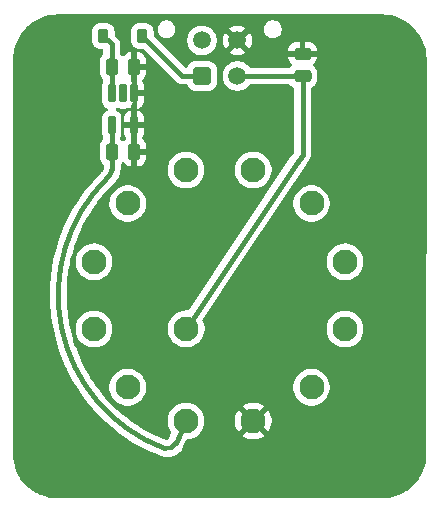
<source format=gbr>
%TF.GenerationSoftware,KiCad,Pcbnew,9.0.4*%
%TF.CreationDate,2026-01-27T14:42:30+00:00*%
%TF.ProjectId,rotary-switch,726f7461-7279-42d7-9377-697463682e6b,rev?*%
%TF.SameCoordinates,Original*%
%TF.FileFunction,Copper,L2,Bot*%
%TF.FilePolarity,Positive*%
%FSLAX46Y46*%
G04 Gerber Fmt 4.6, Leading zero omitted, Abs format (unit mm)*
G04 Created by KiCad (PCBNEW 9.0.4) date 2026-01-27 14:42:30*
%MOMM*%
%LPD*%
G01*
G04 APERTURE LIST*
G04 Aperture macros list*
%AMRoundRect*
0 Rectangle with rounded corners*
0 $1 Rounding radius*
0 $2 $3 $4 $5 $6 $7 $8 $9 X,Y pos of 4 corners*
0 Add a 4 corners polygon primitive as box body*
4,1,4,$2,$3,$4,$5,$6,$7,$8,$9,$2,$3,0*
0 Add four circle primitives for the rounded corners*
1,1,$1+$1,$2,$3*
1,1,$1+$1,$4,$5*
1,1,$1+$1,$6,$7*
1,1,$1+$1,$8,$9*
0 Add four rect primitives between the rounded corners*
20,1,$1+$1,$2,$3,$4,$5,0*
20,1,$1+$1,$4,$5,$6,$7,0*
20,1,$1+$1,$6,$7,$8,$9,0*
20,1,$1+$1,$8,$9,$2,$3,0*%
G04 Aperture macros list end*
%TA.AperFunction,Conductor*%
%ADD10C,0.400000*%
%TD*%
%TA.AperFunction,ComponentPad*%
%ADD11C,5.600000*%
%TD*%
%TA.AperFunction,ComponentPad*%
%ADD12C,2.100000*%
%TD*%
%TA.AperFunction,SMDPad,CuDef*%
%ADD13RoundRect,0.250000X0.475000X-0.250000X0.475000X0.250000X-0.475000X0.250000X-0.475000X-0.250000X0*%
%TD*%
%TA.AperFunction,SMDPad,CuDef*%
%ADD14RoundRect,0.225000X-0.225000X-0.375000X0.225000X-0.375000X0.225000X0.375000X-0.225000X0.375000X0*%
%TD*%
%TA.AperFunction,ComponentPad*%
%ADD15RoundRect,0.250001X-0.499999X-0.499999X0.499999X-0.499999X0.499999X0.499999X-0.499999X0.499999X0*%
%TD*%
%TA.AperFunction,ComponentPad*%
%ADD16C,1.500000*%
%TD*%
%TA.AperFunction,SMDPad,CuDef*%
%ADD17RoundRect,0.250000X-0.250000X-0.475000X0.250000X-0.475000X0.250000X0.475000X-0.250000X0.475000X0*%
%TD*%
%TA.AperFunction,SMDPad,CuDef*%
%ADD18RoundRect,0.162500X-0.162500X0.617500X-0.162500X-0.617500X0.162500X-0.617500X0.162500X0.617500X0*%
%TD*%
G04 APERTURE END LIST*
D10*
%TO.N,+3V3*%
X107484025Y-69743610D02*
G75*
G02*
X106500000Y-70200000I-734025J293610D01*
G01*
X106500002Y-70200000D02*
G75*
G02*
X101700003Y-47300003I4900148J12980160D01*
G01*
X102101388Y-46550000D02*
G75*
G02*
X101699986Y-47299984I-1252788J188100D01*
G01*
X102101388Y-46550000D02*
X102101388Y-45200000D01*
%TD*%
D11*
%TO.P,H2,1,1*%
%TO.N,GND*%
X124917220Y-37257780D03*
%TD*%
D12*
%TO.P,SW1,1,1*%
%TO.N,+3V3*%
X108347000Y-67875000D03*
%TO.P,SW1,2,2*%
%TO.N,Net-(R1-Pad2)*%
X103416000Y-65028000D03*
%TO.P,SW1,3,3*%
%TO.N,Net-(R2-Pad2)*%
X100569000Y-60097000D03*
%TO.P,SW1,4,4*%
%TO.N,Net-(R3-Pad2)*%
X100569000Y-54403000D03*
%TO.P,SW1,5,5*%
%TO.N,Net-(R4-Pad2)*%
X103416000Y-49472000D03*
%TO.P,SW1,6,6*%
%TO.N,Net-(R5-Pad2)*%
X108347000Y-46625000D03*
%TO.P,SW1,7,7*%
%TO.N,Net-(R6-Pad2)*%
X114041000Y-46625000D03*
%TO.P,SW1,8,8*%
%TO.N,Net-(R7-Pad2)*%
X118972000Y-49472000D03*
%TO.P,SW1,9,9*%
%TO.N,Net-(R8-Pad2)*%
X121819000Y-54403000D03*
%TO.P,SW1,10,10*%
%TO.N,Net-(R10-Pad1)*%
X121819000Y-60097000D03*
%TO.P,SW1,11,11*%
%TO.N,Net-(R10-Pad2)*%
X118972000Y-65028000D03*
%TO.P,SW1,12,12*%
%TO.N,GND*%
X114041000Y-67875000D03*
%TO.P,SW1,13,13*%
%TO.N,/Output*%
X108366000Y-60078000D03*
%TD*%
D11*
%TO.P,H4,1,1*%
%TO.N,GND*%
X124892220Y-70632780D03*
%TD*%
%TO.P,H1,1,1*%
%TO.N,GND*%
X97517220Y-37257780D03*
%TD*%
%TO.P,H3,1,1*%
%TO.N,GND*%
X97517220Y-70632780D03*
%TD*%
D13*
%TO.P,C1,1*%
%TO.N,/Output*%
X118210000Y-38679999D03*
%TO.P,C1,2*%
%TO.N,GND*%
X118210000Y-36780001D03*
%TD*%
D14*
%TO.P,D1,1,K*%
%TO.N,Net-(D1-K)*%
X101349996Y-35300003D03*
%TO.P,D1,2,A*%
%TO.N,+GLV*%
X104650004Y-35299997D03*
%TD*%
D15*
%TO.P,J1,1,Pin_1*%
%TO.N,+GLV*%
X109693997Y-38670000D03*
D16*
%TO.P,J1,2,Pin_2*%
%TO.N,/Output*%
X112694003Y-38670010D03*
%TO.P,J1,3,Pin_3*%
%TO.N,unconnected-(J1-Pin_3-Pad3)*%
X109694007Y-35669994D03*
%TO.P,J1,4,Pin_4*%
%TO.N,GND*%
X112694001Y-35670002D03*
%TD*%
D17*
%TO.P,C2,1*%
%TO.N,Net-(D1-K)*%
X102050001Y-37900000D03*
%TO.P,C2,2*%
%TO.N,GND*%
X103949999Y-37900000D03*
%TD*%
D18*
%TO.P,U1,1,IN*%
%TO.N,Net-(D1-K)*%
X102050000Y-40150000D03*
%TO.P,U1,2,NC*%
%TO.N,unconnected-(U1-NC-Pad2)*%
X103000000Y-40150000D03*
%TO.P,U1,3,GND*%
%TO.N,GND*%
X103950000Y-40150000D03*
%TO.P,U1,4,GND*%
X103950000Y-42850000D03*
%TO.P,U1,5,OUT*%
%TO.N,+3V3*%
X102050000Y-42850000D03*
%TD*%
D17*
%TO.P,C3,1*%
%TO.N,+3V3*%
X102050000Y-45100000D03*
%TO.P,C3,2*%
%TO.N,GND*%
X103950000Y-45100000D03*
%TD*%
D10*
%TO.N,Net-(D1-K)*%
X102050000Y-40150000D02*
X102050001Y-37900000D01*
X102050001Y-36000008D02*
X101349996Y-35300003D01*
X102050001Y-37900000D02*
X102050001Y-36000008D01*
%TO.N,+GLV*%
X108020007Y-38670000D02*
X109693997Y-38670000D01*
X104650004Y-35299997D02*
X108020007Y-38670000D01*
%TO.N,/Output*%
X118210000Y-45340000D02*
X117900000Y-45800000D01*
X117900000Y-45800000D02*
X108366000Y-60078000D01*
X118210000Y-38679999D02*
X112694003Y-38670010D01*
X118210000Y-38679999D02*
X118210000Y-45340000D01*
%TO.N,+3V3*%
X102050000Y-45100000D02*
X102050000Y-42850000D01*
X107484025Y-69743610D02*
X108347000Y-67875000D01*
%TD*%
%TA.AperFunction,Conductor*%
%TO.N,GND*%
G36*
X124920250Y-33458428D02*
G01*
X125283552Y-33476278D01*
X125295660Y-33477471D01*
X125652436Y-33530395D01*
X125664372Y-33532769D01*
X126014264Y-33620413D01*
X126025877Y-33623937D01*
X126365495Y-33745455D01*
X126376723Y-33750107D01*
X126702784Y-33904324D01*
X126713513Y-33910058D01*
X126957095Y-34056056D01*
X127022874Y-34095482D01*
X127032989Y-34102240D01*
X127177820Y-34209654D01*
X127322703Y-34317107D01*
X127332109Y-34324827D01*
X127599359Y-34567049D01*
X127607950Y-34575640D01*
X127698937Y-34676028D01*
X127850172Y-34842890D01*
X127857892Y-34852296D01*
X128072757Y-35142007D01*
X128079517Y-35152125D01*
X128264939Y-35461483D01*
X128270675Y-35472215D01*
X128424892Y-35798276D01*
X128429547Y-35809514D01*
X128506133Y-36023555D01*
X128551057Y-36149106D01*
X128554590Y-36160751D01*
X128642230Y-36510628D01*
X128644604Y-36522563D01*
X128697528Y-36879339D01*
X128698721Y-36891449D01*
X128716569Y-37254716D01*
X128716718Y-37260859D01*
X128701193Y-70568129D01*
X128701189Y-70576218D01*
X128701161Y-70576326D01*
X128701161Y-70639114D01*
X128701161Y-70639210D01*
X128701159Y-70639215D01*
X128701012Y-70645239D01*
X128683162Y-71008548D01*
X128681969Y-71020658D01*
X128629044Y-71377432D01*
X128626670Y-71389367D01*
X128539030Y-71739241D01*
X128535497Y-71750886D01*
X128413988Y-72090475D01*
X128409331Y-72101718D01*
X128255118Y-72427768D01*
X128249382Y-72438499D01*
X128063953Y-72747864D01*
X128057192Y-72757982D01*
X127842337Y-73047677D01*
X127834617Y-73057084D01*
X127592397Y-73324329D01*
X127583800Y-73332926D01*
X127325141Y-73567359D01*
X127316544Y-73575151D01*
X127307137Y-73582870D01*
X127017440Y-73797720D01*
X127007322Y-73804481D01*
X126697950Y-73989908D01*
X126687218Y-73995644D01*
X126361170Y-74149850D01*
X126349927Y-74154507D01*
X126010327Y-74276015D01*
X125998683Y-74279547D01*
X125648817Y-74367181D01*
X125636881Y-74369555D01*
X125280108Y-74422474D01*
X125267998Y-74423667D01*
X124903483Y-74441571D01*
X124897402Y-74441720D01*
X124865824Y-74441720D01*
X124835773Y-74441720D01*
X124835769Y-74441720D01*
X124828165Y-74441721D01*
X124828164Y-74441720D01*
X124828163Y-74441721D01*
X97485833Y-74441721D01*
X97479748Y-74441572D01*
X97116448Y-74423722D01*
X97104338Y-74422529D01*
X96747563Y-74369605D01*
X96735628Y-74367231D01*
X96385750Y-74279591D01*
X96374108Y-74276059D01*
X96034515Y-74154548D01*
X96023280Y-74149895D01*
X95860245Y-74072785D01*
X95697214Y-73995677D01*
X95686482Y-73989940D01*
X95377124Y-73804518D01*
X95367006Y-73797758D01*
X95077296Y-73582893D01*
X95067890Y-73575173D01*
X95025264Y-73536539D01*
X94800638Y-73332950D01*
X94792049Y-73324361D01*
X94549826Y-73057109D01*
X94542106Y-73047703D01*
X94327241Y-72757993D01*
X94320481Y-72747875D01*
X94320474Y-72747864D01*
X94135057Y-72438514D01*
X94129322Y-72427785D01*
X94129314Y-72427768D01*
X93975099Y-72101709D01*
X93970454Y-72090495D01*
X93848936Y-71750878D01*
X93845412Y-71739265D01*
X93757767Y-71389367D01*
X93755394Y-71377436D01*
X93702470Y-71020661D01*
X93701277Y-71008551D01*
X93696592Y-70913186D01*
X93683430Y-70645318D01*
X93683282Y-70639114D01*
X93683506Y-70422309D01*
X93697114Y-57231925D01*
X96820529Y-57231925D01*
X96820529Y-57231937D01*
X96820529Y-57231951D01*
X96840440Y-57981629D01*
X96840441Y-57981649D01*
X96898877Y-58729338D01*
X96898878Y-58729346D01*
X96898879Y-58729358D01*
X96898880Y-58729363D01*
X96922960Y-58914345D01*
X96995691Y-59473074D01*
X96995693Y-59473087D01*
X97130620Y-60210829D01*
X97130622Y-60210836D01*
X97303307Y-60940664D01*
X97303311Y-60940679D01*
X97513297Y-61660654D01*
X97513297Y-61660656D01*
X97760033Y-62368888D01*
X97760040Y-62368907D01*
X97998483Y-62954506D01*
X98042879Y-63063540D01*
X98236818Y-63477500D01*
X98361051Y-63742676D01*
X98713733Y-64404569D01*
X99099986Y-65047449D01*
X99099995Y-65047462D01*
X99099996Y-65047464D01*
X99518783Y-65669611D01*
X99707819Y-65921443D01*
X99969029Y-66269424D01*
X100449519Y-66845284D01*
X100958987Y-67395674D01*
X101450798Y-67875001D01*
X101496082Y-67919136D01*
X101496084Y-67919138D01*
X101584655Y-67996993D01*
X101953514Y-68321224D01*
X102059393Y-68414292D01*
X102647409Y-68879816D01*
X102647414Y-68879819D01*
X102772251Y-68968603D01*
X103258594Y-69314490D01*
X103891321Y-69717159D01*
X104543918Y-70086758D01*
X105214658Y-70422309D01*
X105901766Y-70722924D01*
X106191748Y-70832385D01*
X106203606Y-70839593D01*
X106265473Y-70860216D01*
X106267745Y-70861074D01*
X106326433Y-70883229D01*
X106326434Y-70883229D01*
X106326439Y-70883231D01*
X106329118Y-70883599D01*
X106351346Y-70888775D01*
X106363644Y-70892863D01*
X106385641Y-70900177D01*
X106385644Y-70900177D01*
X106385652Y-70900180D01*
X106608247Y-70938516D01*
X106834078Y-70942884D01*
X107057989Y-70913187D01*
X107274873Y-70850100D01*
X107479780Y-70755065D01*
X107668033Y-70630249D01*
X107835338Y-70478501D01*
X107977876Y-70303283D01*
X108092396Y-70108594D01*
X108126333Y-70023944D01*
X108128849Y-70018107D01*
X108369576Y-69496857D01*
X108415554Y-69444251D01*
X108464473Y-69427892D01*
X108464215Y-69426262D01*
X108469026Y-69425500D01*
X108469027Y-69425500D01*
X108710076Y-69387321D01*
X108942185Y-69311904D01*
X109159639Y-69201106D01*
X109357083Y-69057655D01*
X109529655Y-68885083D01*
X109673106Y-68687639D01*
X109783904Y-68470185D01*
X109859321Y-68238076D01*
X109897500Y-67997027D01*
X109897500Y-67753006D01*
X112491000Y-67753006D01*
X112491000Y-67996993D01*
X112529165Y-68237959D01*
X112604560Y-68469998D01*
X112715323Y-68687380D01*
X112782543Y-68779901D01*
X112782544Y-68779902D01*
X113401690Y-68160756D01*
X113420668Y-68206574D01*
X113497274Y-68321224D01*
X113594776Y-68418726D01*
X113709426Y-68495332D01*
X113755242Y-68514309D01*
X113136096Y-69133454D01*
X113136097Y-69133456D01*
X113228619Y-69200676D01*
X113446001Y-69311439D01*
X113678040Y-69386834D01*
X113919007Y-69425000D01*
X114162993Y-69425000D01*
X114403959Y-69386834D01*
X114635998Y-69311439D01*
X114853377Y-69200678D01*
X114945901Y-69133454D01*
X114945902Y-69133454D01*
X114326757Y-68514309D01*
X114372574Y-68495332D01*
X114487224Y-68418726D01*
X114584726Y-68321224D01*
X114661332Y-68206574D01*
X114680309Y-68160757D01*
X115299454Y-68779902D01*
X115299454Y-68779901D01*
X115366678Y-68687377D01*
X115477439Y-68469998D01*
X115552834Y-68237959D01*
X115591000Y-67996993D01*
X115591000Y-67753006D01*
X115552834Y-67512040D01*
X115477439Y-67280001D01*
X115366676Y-67062619D01*
X115299456Y-66970097D01*
X115299454Y-66970096D01*
X114680309Y-67589241D01*
X114661332Y-67543426D01*
X114584726Y-67428776D01*
X114487224Y-67331274D01*
X114372574Y-67254668D01*
X114326756Y-67235689D01*
X114945902Y-66616544D01*
X114945901Y-66616543D01*
X114853380Y-66549323D01*
X114635998Y-66438560D01*
X114403959Y-66363165D01*
X114162993Y-66325000D01*
X113919007Y-66325000D01*
X113678040Y-66363165D01*
X113446001Y-66438560D01*
X113228626Y-66549319D01*
X113136097Y-66616544D01*
X113755243Y-67235689D01*
X113709426Y-67254668D01*
X113594776Y-67331274D01*
X113497274Y-67428776D01*
X113420668Y-67543426D01*
X113401690Y-67589243D01*
X112782544Y-66970097D01*
X112715319Y-67062626D01*
X112604560Y-67280001D01*
X112529165Y-67512040D01*
X112491000Y-67753006D01*
X109897500Y-67753006D01*
X109897500Y-67752973D01*
X109859321Y-67511924D01*
X109783904Y-67279815D01*
X109673106Y-67062361D01*
X109654779Y-67037136D01*
X109529660Y-66864923D01*
X109529656Y-66864918D01*
X109357081Y-66692343D01*
X109357076Y-66692339D01*
X109159642Y-66548896D01*
X109159641Y-66548895D01*
X109159639Y-66548894D01*
X108942185Y-66438096D01*
X108710076Y-66362679D01*
X108710074Y-66362678D01*
X108710072Y-66362678D01*
X108541769Y-66336021D01*
X108469027Y-66324500D01*
X108224973Y-66324500D01*
X108169093Y-66333350D01*
X107983927Y-66362678D01*
X107751812Y-66438097D01*
X107534357Y-66548896D01*
X107336923Y-66692339D01*
X107336918Y-66692343D01*
X107164343Y-66864918D01*
X107164339Y-66864923D01*
X107020896Y-67062357D01*
X106910097Y-67279812D01*
X106834678Y-67511927D01*
X106796500Y-67752973D01*
X106796500Y-67997026D01*
X106833170Y-68228553D01*
X106834679Y-68238076D01*
X106910096Y-68470185D01*
X107020762Y-68687380D01*
X107020896Y-68687642D01*
X107087706Y-68779599D01*
X107111186Y-68845405D01*
X107099963Y-68904474D01*
X106877913Y-69385284D01*
X106877419Y-69386340D01*
X106873089Y-69395487D01*
X106862940Y-69410169D01*
X106845462Y-69453859D01*
X106843824Y-69457323D01*
X106823021Y-69480679D01*
X106803697Y-69505265D01*
X106799974Y-69506554D01*
X106797353Y-69509498D01*
X106767224Y-69517899D01*
X106737676Y-69528135D01*
X106733246Y-69527374D01*
X106730051Y-69528265D01*
X106719521Y-69525016D01*
X106684820Y-69519056D01*
X106089347Y-69275618D01*
X106083194Y-69272906D01*
X105443703Y-68970038D01*
X105437707Y-68966996D01*
X105276809Y-68879819D01*
X104815590Y-68629922D01*
X104809769Y-68626561D01*
X104206847Y-68256269D01*
X104201215Y-68252597D01*
X103619214Y-67850148D01*
X103613790Y-67846175D01*
X103493507Y-67752973D01*
X103223075Y-67543426D01*
X103054483Y-67412791D01*
X103049293Y-67408540D01*
X102514274Y-66945457D01*
X102509332Y-66940939D01*
X102000212Y-66449550D01*
X101995503Y-66444752D01*
X101513763Y-65926490D01*
X101509321Y-65921443D01*
X101056389Y-65377843D01*
X101052251Y-65372595D01*
X100704513Y-64905973D01*
X101865500Y-64905973D01*
X101865500Y-65150026D01*
X101903678Y-65391072D01*
X101979097Y-65623187D01*
X102089896Y-65840642D01*
X102233339Y-66038076D01*
X102233343Y-66038081D01*
X102405918Y-66210656D01*
X102405923Y-66210660D01*
X102486807Y-66269425D01*
X102603361Y-66354106D01*
X102820815Y-66464904D01*
X103052924Y-66540321D01*
X103293973Y-66578500D01*
X103293974Y-66578500D01*
X103538026Y-66578500D01*
X103538027Y-66578500D01*
X103779076Y-66540321D01*
X104011185Y-66464904D01*
X104228639Y-66354106D01*
X104426083Y-66210655D01*
X104598655Y-66038083D01*
X104742106Y-65840639D01*
X104852904Y-65623185D01*
X104928321Y-65391076D01*
X104966500Y-65150027D01*
X104966500Y-64905973D01*
X117421500Y-64905973D01*
X117421500Y-65150026D01*
X117459678Y-65391072D01*
X117535097Y-65623187D01*
X117645896Y-65840642D01*
X117789339Y-66038076D01*
X117789343Y-66038081D01*
X117961918Y-66210656D01*
X117961923Y-66210660D01*
X118042807Y-66269425D01*
X118159361Y-66354106D01*
X118376815Y-66464904D01*
X118608924Y-66540321D01*
X118849973Y-66578500D01*
X118849974Y-66578500D01*
X119094026Y-66578500D01*
X119094027Y-66578500D01*
X119335076Y-66540321D01*
X119567185Y-66464904D01*
X119784639Y-66354106D01*
X119982083Y-66210655D01*
X120154655Y-66038083D01*
X120298106Y-65840639D01*
X120408904Y-65623185D01*
X120484321Y-65391076D01*
X120522500Y-65150027D01*
X120522500Y-64905973D01*
X120484321Y-64664924D01*
X120408904Y-64432815D01*
X120298106Y-64215361D01*
X120279779Y-64190136D01*
X120154660Y-64017923D01*
X120154656Y-64017918D01*
X119982081Y-63845343D01*
X119982076Y-63845339D01*
X119784642Y-63701896D01*
X119784641Y-63701895D01*
X119784639Y-63701894D01*
X119567185Y-63591096D01*
X119335076Y-63515679D01*
X119335074Y-63515678D01*
X119335072Y-63515678D01*
X119166769Y-63489021D01*
X119094027Y-63477500D01*
X118849973Y-63477500D01*
X118794093Y-63486350D01*
X118608927Y-63515678D01*
X118376812Y-63591097D01*
X118159357Y-63701896D01*
X117961923Y-63845339D01*
X117961918Y-63845343D01*
X117789343Y-64017918D01*
X117789339Y-64017923D01*
X117645896Y-64215357D01*
X117535097Y-64432812D01*
X117459678Y-64664927D01*
X117421500Y-64905973D01*
X104966500Y-64905973D01*
X104928321Y-64664924D01*
X104852904Y-64432815D01*
X104742106Y-64215361D01*
X104723779Y-64190136D01*
X104598660Y-64017923D01*
X104598656Y-64017918D01*
X104426081Y-63845343D01*
X104426076Y-63845339D01*
X104228642Y-63701896D01*
X104228641Y-63701895D01*
X104228639Y-63701894D01*
X104011185Y-63591096D01*
X103779076Y-63515679D01*
X103779074Y-63515678D01*
X103779072Y-63515678D01*
X103610769Y-63489021D01*
X103538027Y-63477500D01*
X103293973Y-63477500D01*
X103238093Y-63486350D01*
X103052927Y-63515678D01*
X102820812Y-63591097D01*
X102603357Y-63701896D01*
X102405923Y-63845339D01*
X102405918Y-63845343D01*
X102233343Y-64017918D01*
X102233339Y-64017923D01*
X102089896Y-64215357D01*
X101979097Y-64432812D01*
X101903678Y-64664927D01*
X101865500Y-64905973D01*
X100704513Y-64905973D01*
X100629423Y-64805211D01*
X100625553Y-64799713D01*
X100536044Y-64664927D01*
X100234118Y-64210272D01*
X100230558Y-64204583D01*
X100120693Y-64017923D01*
X99871636Y-63594775D01*
X99868390Y-63588900D01*
X99830479Y-63515679D01*
X99543061Y-62960558D01*
X99540133Y-62954506D01*
X99249339Y-62309457D01*
X99246743Y-62303255D01*
X98991339Y-61643392D01*
X98989083Y-61637059D01*
X98816348Y-61107081D01*
X98769813Y-60964305D01*
X98767905Y-60957860D01*
X98763315Y-60940664D01*
X98585428Y-60274231D01*
X98583874Y-60267706D01*
X98573670Y-60219026D01*
X98522515Y-59974973D01*
X99018500Y-59974973D01*
X99018500Y-60219026D01*
X99053669Y-60441076D01*
X99056679Y-60460076D01*
X99125923Y-60673187D01*
X99132097Y-60692187D01*
X99242896Y-60909642D01*
X99386339Y-61107076D01*
X99386343Y-61107081D01*
X99558918Y-61279656D01*
X99558923Y-61279660D01*
X99730206Y-61404103D01*
X99756361Y-61423106D01*
X99973815Y-61533904D01*
X100205924Y-61609321D01*
X100446973Y-61647500D01*
X100446974Y-61647500D01*
X100691026Y-61647500D01*
X100691027Y-61647500D01*
X100932076Y-61609321D01*
X101164185Y-61533904D01*
X101381639Y-61423106D01*
X101579083Y-61279655D01*
X101751655Y-61107083D01*
X101895106Y-60909639D01*
X102005904Y-60692185D01*
X102081321Y-60460076D01*
X102119500Y-60219027D01*
X102119500Y-59974973D01*
X102116491Y-59955973D01*
X106815500Y-59955973D01*
X106815500Y-60200027D01*
X106853679Y-60441076D01*
X106859852Y-60460076D01*
X106929097Y-60673187D01*
X107039896Y-60890642D01*
X107183339Y-61088076D01*
X107183343Y-61088081D01*
X107355918Y-61260656D01*
X107355923Y-61260660D01*
X107528136Y-61385779D01*
X107553361Y-61404106D01*
X107770815Y-61514904D01*
X108002924Y-61590321D01*
X108243973Y-61628500D01*
X108243974Y-61628500D01*
X108488026Y-61628500D01*
X108488027Y-61628500D01*
X108729076Y-61590321D01*
X108961185Y-61514904D01*
X109178639Y-61404106D01*
X109376083Y-61260655D01*
X109548655Y-61088083D01*
X109692106Y-60890639D01*
X109802904Y-60673185D01*
X109878321Y-60441076D01*
X109916500Y-60200027D01*
X109916500Y-59974973D01*
X120268500Y-59974973D01*
X120268500Y-60219026D01*
X120303669Y-60441076D01*
X120306679Y-60460076D01*
X120375923Y-60673187D01*
X120382097Y-60692187D01*
X120492896Y-60909642D01*
X120636339Y-61107076D01*
X120636343Y-61107081D01*
X120808918Y-61279656D01*
X120808923Y-61279660D01*
X120980206Y-61404103D01*
X121006361Y-61423106D01*
X121223815Y-61533904D01*
X121455924Y-61609321D01*
X121696973Y-61647500D01*
X121696974Y-61647500D01*
X121941026Y-61647500D01*
X121941027Y-61647500D01*
X122182076Y-61609321D01*
X122414185Y-61533904D01*
X122631639Y-61423106D01*
X122829083Y-61279655D01*
X123001655Y-61107083D01*
X123145106Y-60909639D01*
X123255904Y-60692185D01*
X123331321Y-60460076D01*
X123369500Y-60219027D01*
X123369500Y-59974973D01*
X123331321Y-59733924D01*
X123255904Y-59501815D01*
X123145106Y-59284361D01*
X123123716Y-59254920D01*
X123001660Y-59086923D01*
X123001656Y-59086918D01*
X122829081Y-58914343D01*
X122829076Y-58914339D01*
X122631642Y-58770896D01*
X122631641Y-58770895D01*
X122631639Y-58770894D01*
X122414185Y-58660096D01*
X122182076Y-58584679D01*
X122182074Y-58584678D01*
X122182072Y-58584678D01*
X122013769Y-58558021D01*
X121941027Y-58546500D01*
X121696973Y-58546500D01*
X121641093Y-58555350D01*
X121455927Y-58584678D01*
X121223812Y-58660097D01*
X121006357Y-58770896D01*
X120808923Y-58914339D01*
X120808918Y-58914343D01*
X120636343Y-59086918D01*
X120636339Y-59086923D01*
X120492896Y-59284357D01*
X120382097Y-59501812D01*
X120306678Y-59733927D01*
X120268500Y-59974973D01*
X109916500Y-59974973D01*
X109916500Y-59955973D01*
X109878321Y-59714924D01*
X109802904Y-59482815D01*
X109750554Y-59380073D01*
X109737659Y-59311405D01*
X109757916Y-59254921D01*
X113079223Y-54280973D01*
X120268500Y-54280973D01*
X120268500Y-54525027D01*
X120306679Y-54766076D01*
X120379597Y-54990495D01*
X120382097Y-54998187D01*
X120492896Y-55215642D01*
X120636339Y-55413076D01*
X120636343Y-55413081D01*
X120808918Y-55585656D01*
X120808923Y-55585660D01*
X120981136Y-55710779D01*
X121006361Y-55729106D01*
X121223815Y-55839904D01*
X121455924Y-55915321D01*
X121696973Y-55953500D01*
X121696974Y-55953500D01*
X121941026Y-55953500D01*
X121941027Y-55953500D01*
X122182076Y-55915321D01*
X122414185Y-55839904D01*
X122631639Y-55729106D01*
X122829083Y-55585655D01*
X123001655Y-55413083D01*
X123145106Y-55215639D01*
X123255904Y-54998185D01*
X123331321Y-54766076D01*
X123369500Y-54525027D01*
X123369500Y-54280973D01*
X123331321Y-54039924D01*
X123255904Y-53807815D01*
X123145106Y-53590361D01*
X123095718Y-53522384D01*
X123001660Y-53392923D01*
X123001656Y-53392918D01*
X122829081Y-53220343D01*
X122829076Y-53220339D01*
X122631642Y-53076896D01*
X122631641Y-53076895D01*
X122631639Y-53076894D01*
X122414185Y-52966096D01*
X122182076Y-52890679D01*
X122182074Y-52890678D01*
X122182072Y-52890678D01*
X122013769Y-52864021D01*
X121941027Y-52852500D01*
X121696973Y-52852500D01*
X121641093Y-52861350D01*
X121455927Y-52890678D01*
X121223812Y-52966097D01*
X121006357Y-53076896D01*
X120808923Y-53220339D01*
X120808918Y-53220343D01*
X120636343Y-53392918D01*
X120636339Y-53392923D01*
X120492896Y-53590357D01*
X120382097Y-53807812D01*
X120306678Y-54039927D01*
X120280178Y-54207242D01*
X120268500Y-54280973D01*
X113079223Y-54280973D01*
X116371852Y-49349973D01*
X117421500Y-49349973D01*
X117421500Y-49594027D01*
X117459679Y-49835076D01*
X117531511Y-50056153D01*
X117535097Y-50067187D01*
X117645896Y-50284642D01*
X117789339Y-50482076D01*
X117789343Y-50482081D01*
X117961918Y-50654656D01*
X117961923Y-50654660D01*
X118134136Y-50779779D01*
X118159361Y-50798106D01*
X118376815Y-50908904D01*
X118608924Y-50984321D01*
X118849973Y-51022500D01*
X118849974Y-51022500D01*
X119094026Y-51022500D01*
X119094027Y-51022500D01*
X119335076Y-50984321D01*
X119567185Y-50908904D01*
X119784639Y-50798106D01*
X119982083Y-50654655D01*
X120154655Y-50482083D01*
X120298106Y-50284639D01*
X120408904Y-50067185D01*
X120484321Y-49835076D01*
X120522500Y-49594027D01*
X120522500Y-49349973D01*
X120484321Y-49108924D01*
X120408904Y-48876815D01*
X120298106Y-48659361D01*
X120279779Y-48634136D01*
X120154660Y-48461923D01*
X120154656Y-48461918D01*
X119982081Y-48289343D01*
X119982076Y-48289339D01*
X119784642Y-48145896D01*
X119784641Y-48145895D01*
X119784639Y-48145894D01*
X119567185Y-48035096D01*
X119335076Y-47959679D01*
X119335074Y-47959678D01*
X119335072Y-47959678D01*
X119166769Y-47933021D01*
X119094027Y-47921500D01*
X118849973Y-47921500D01*
X118794093Y-47930350D01*
X118608927Y-47959678D01*
X118376812Y-48035097D01*
X118159357Y-48145896D01*
X117961923Y-48289339D01*
X117961918Y-48289343D01*
X117789343Y-48461918D01*
X117789339Y-48461923D01*
X117645896Y-48659357D01*
X117535097Y-48876812D01*
X117459678Y-49108927D01*
X117434329Y-49268974D01*
X117421500Y-49349973D01*
X116371852Y-49349973D01*
X118481823Y-46190107D01*
X118753125Y-45787530D01*
X118754114Y-45786542D01*
X118791679Y-45730321D01*
X118829458Y-45674263D01*
X118829460Y-45674257D01*
X118829485Y-45674221D01*
X118830053Y-45673160D01*
X118830063Y-45673142D01*
X118830769Y-45671819D01*
X118830775Y-45671811D01*
X118856641Y-45609364D01*
X118882767Y-45546990D01*
X118882770Y-45546973D01*
X118883150Y-45545740D01*
X118883224Y-45545498D01*
X118883572Y-45544363D01*
X118883578Y-45544332D01*
X118883580Y-45544328D01*
X118891013Y-45506957D01*
X118896754Y-45478099D01*
X118896754Y-45478095D01*
X118910222Y-45411763D01*
X118910226Y-45410372D01*
X118910500Y-45409000D01*
X118910500Y-45341377D01*
X118910767Y-45273778D01*
X118910500Y-45272407D01*
X118910500Y-39735447D01*
X118930185Y-39668408D01*
X118982989Y-39622653D01*
X118995488Y-39617743D01*
X119004334Y-39614813D01*
X119153656Y-39522711D01*
X119277712Y-39398655D01*
X119369814Y-39249333D01*
X119424999Y-39082796D01*
X119435500Y-38980008D01*
X119435499Y-38379991D01*
X119424999Y-38277202D01*
X119369814Y-38110665D01*
X119277712Y-37961343D01*
X119153656Y-37837287D01*
X119150347Y-37835246D01*
X119148554Y-37833252D01*
X119147989Y-37832806D01*
X119148065Y-37832709D01*
X119103621Y-37783300D01*
X119092397Y-37714338D01*
X119120239Y-37650255D01*
X119150352Y-37624163D01*
X119153344Y-37622317D01*
X119277315Y-37498346D01*
X119369356Y-37349125D01*
X119369358Y-37349120D01*
X119424505Y-37182698D01*
X119424506Y-37182691D01*
X119434999Y-37079987D01*
X119435000Y-37079974D01*
X119435000Y-37030001D01*
X116985001Y-37030001D01*
X116985001Y-37079987D01*
X116995494Y-37182698D01*
X117050641Y-37349120D01*
X117050643Y-37349125D01*
X117142684Y-37498346D01*
X117266655Y-37622317D01*
X117266659Y-37622320D01*
X117269656Y-37624169D01*
X117271278Y-37625973D01*
X117272323Y-37626799D01*
X117272181Y-37626977D01*
X117316380Y-37676118D01*
X117327600Y-37745081D01*
X117299755Y-37809162D01*
X117290140Y-37819436D01*
X117280722Y-37828418D01*
X117266344Y-37837287D01*
X117161491Y-37942139D01*
X117160410Y-37943171D01*
X117130612Y-37958538D01*
X117101185Y-37974607D01*
X117099006Y-37974839D01*
X117098313Y-37975197D01*
X117096907Y-37975063D01*
X117074602Y-37977441D01*
X113795166Y-37971502D01*
X113728163Y-37951696D01*
X113695073Y-37920387D01*
X113647833Y-37855367D01*
X113647828Y-37855361D01*
X113508651Y-37716184D01*
X113508649Y-37716182D01*
X113349408Y-37600486D01*
X113174032Y-37511127D01*
X112986829Y-37450300D01*
X112792425Y-37419510D01*
X112792420Y-37419510D01*
X112595586Y-37419510D01*
X112595581Y-37419510D01*
X112401176Y-37450300D01*
X112213973Y-37511127D01*
X112038597Y-37600486D01*
X112006001Y-37624169D01*
X111879357Y-37716182D01*
X111879355Y-37716184D01*
X111879354Y-37716184D01*
X111740177Y-37855361D01*
X111740177Y-37855362D01*
X111740175Y-37855364D01*
X111740173Y-37855367D01*
X111624479Y-38014604D01*
X111535120Y-38189980D01*
X111474293Y-38377183D01*
X111443503Y-38571587D01*
X111443503Y-38768432D01*
X111474293Y-38962836D01*
X111535120Y-39150039D01*
X111590332Y-39258398D01*
X111624479Y-39325415D01*
X111740175Y-39484656D01*
X111879357Y-39623838D01*
X112038598Y-39739534D01*
X112084084Y-39762710D01*
X112213973Y-39828892D01*
X112213975Y-39828892D01*
X112213978Y-39828894D01*
X112293745Y-39854812D01*
X112401176Y-39889719D01*
X112595581Y-39920510D01*
X112595586Y-39920510D01*
X112792425Y-39920510D01*
X112986829Y-39889719D01*
X113174028Y-39828894D01*
X113349408Y-39739534D01*
X113508649Y-39623838D01*
X113647831Y-39484656D01*
X113692180Y-39423613D01*
X113747508Y-39380949D01*
X113792718Y-39372500D01*
X117070932Y-39378437D01*
X117137935Y-39398243D01*
X117158388Y-39414755D01*
X117266344Y-39522711D01*
X117415666Y-39614813D01*
X117424498Y-39617739D01*
X117481944Y-39657507D01*
X117508771Y-39722021D01*
X117509500Y-39735447D01*
X117509500Y-45088109D01*
X117504104Y-45106483D01*
X117503687Y-45125630D01*
X117490425Y-45153069D01*
X117489815Y-45155148D01*
X117488329Y-45157407D01*
X117360939Y-45346436D01*
X117357151Y-45351525D01*
X117318359Y-45409617D01*
X117318069Y-45410049D01*
X117279136Y-45467822D01*
X117275860Y-45473263D01*
X108595837Y-58472359D01*
X108542238Y-58517181D01*
X108492714Y-58527500D01*
X108488027Y-58527500D01*
X108243973Y-58527500D01*
X108188093Y-58536350D01*
X108002927Y-58565678D01*
X107770812Y-58641097D01*
X107553357Y-58751896D01*
X107355923Y-58895339D01*
X107355918Y-58895343D01*
X107183343Y-59067918D01*
X107183339Y-59067923D01*
X107039896Y-59265357D01*
X106929097Y-59482812D01*
X106929096Y-59482814D01*
X106929096Y-59482815D01*
X106922923Y-59501815D01*
X106853678Y-59714927D01*
X106850669Y-59733927D01*
X106815500Y-59955973D01*
X102116491Y-59955973D01*
X102081321Y-59733924D01*
X102005904Y-59501815D01*
X101895106Y-59284361D01*
X101873716Y-59254920D01*
X101751660Y-59086923D01*
X101751656Y-59086918D01*
X101579081Y-58914343D01*
X101579076Y-58914339D01*
X101381642Y-58770896D01*
X101381641Y-58770895D01*
X101381639Y-58770894D01*
X101164185Y-58660096D01*
X100932076Y-58584679D01*
X100932074Y-58584678D01*
X100932072Y-58584678D01*
X100763769Y-58558021D01*
X100691027Y-58546500D01*
X100446973Y-58546500D01*
X100391093Y-58555350D01*
X100205927Y-58584678D01*
X99973812Y-58660097D01*
X99756357Y-58770896D01*
X99558923Y-58914339D01*
X99558918Y-58914343D01*
X99386343Y-59086918D01*
X99386339Y-59086923D01*
X99242896Y-59284357D01*
X99132097Y-59501812D01*
X99056678Y-59733927D01*
X99018500Y-59974973D01*
X98522515Y-59974973D01*
X98438708Y-59575141D01*
X98437516Y-59568573D01*
X98330104Y-58869180D01*
X98329265Y-58862516D01*
X98320242Y-58770894D01*
X98259920Y-58158345D01*
X98259444Y-58151643D01*
X98251970Y-57981629D01*
X98228367Y-57444736D01*
X98228255Y-57438059D01*
X98235540Y-56730501D01*
X98235791Y-56723795D01*
X98251403Y-56482167D01*
X98281416Y-56017657D01*
X98282024Y-56011038D01*
X98365856Y-55308401D01*
X98366832Y-55301760D01*
X98381879Y-55215642D01*
X98488623Y-54604711D01*
X98489949Y-54598172D01*
X98563285Y-54280973D01*
X99018500Y-54280973D01*
X99018500Y-54525027D01*
X99056679Y-54766076D01*
X99129597Y-54990495D01*
X99132097Y-54998187D01*
X99242896Y-55215642D01*
X99386339Y-55413076D01*
X99386343Y-55413081D01*
X99558918Y-55585656D01*
X99558923Y-55585660D01*
X99731136Y-55710779D01*
X99756361Y-55729106D01*
X99973815Y-55839904D01*
X100205924Y-55915321D01*
X100446973Y-55953500D01*
X100446974Y-55953500D01*
X100691026Y-55953500D01*
X100691027Y-55953500D01*
X100932076Y-55915321D01*
X101164185Y-55839904D01*
X101381639Y-55729106D01*
X101579083Y-55585655D01*
X101751655Y-55413083D01*
X101895106Y-55215639D01*
X102005904Y-54998185D01*
X102081321Y-54766076D01*
X102119500Y-54525027D01*
X102119500Y-54280973D01*
X102081321Y-54039924D01*
X102005904Y-53807815D01*
X101895106Y-53590361D01*
X101845718Y-53522384D01*
X101751660Y-53392923D01*
X101751656Y-53392918D01*
X101579081Y-53220343D01*
X101579076Y-53220339D01*
X101381642Y-53076896D01*
X101381641Y-53076895D01*
X101381639Y-53076894D01*
X101164185Y-52966096D01*
X100932076Y-52890679D01*
X100932074Y-52890678D01*
X100932072Y-52890678D01*
X100763769Y-52864021D01*
X100691027Y-52852500D01*
X100446973Y-52852500D01*
X100391093Y-52861350D01*
X100205927Y-52890678D01*
X99973812Y-52966097D01*
X99756357Y-53076896D01*
X99558923Y-53220339D01*
X99558918Y-53220343D01*
X99386343Y-53392918D01*
X99386339Y-53392923D01*
X99242896Y-53590357D01*
X99132097Y-53807812D01*
X99056678Y-54039927D01*
X99030178Y-54207242D01*
X99018500Y-54280973D01*
X98563285Y-54280973D01*
X98649341Y-53908752D01*
X98651018Y-53902298D01*
X98847548Y-53222514D01*
X98849587Y-53216120D01*
X98898158Y-53076894D01*
X99082657Y-52548030D01*
X99085039Y-52541757D01*
X99269282Y-52093394D01*
X99353983Y-51887270D01*
X99356683Y-51881174D01*
X99660719Y-51242199D01*
X99663765Y-51236222D01*
X99800838Y-50984321D01*
X100001974Y-50614689D01*
X100005326Y-50608909D01*
X100376741Y-50006595D01*
X100380389Y-50001023D01*
X100783911Y-49419716D01*
X100787846Y-49414364D01*
X100837926Y-49349973D01*
X101865500Y-49349973D01*
X101865500Y-49594027D01*
X101903679Y-49835076D01*
X101975511Y-50056153D01*
X101979097Y-50067187D01*
X102089896Y-50284642D01*
X102233339Y-50482076D01*
X102233343Y-50482081D01*
X102405918Y-50654656D01*
X102405923Y-50654660D01*
X102578136Y-50779779D01*
X102603361Y-50798106D01*
X102820815Y-50908904D01*
X103052924Y-50984321D01*
X103293973Y-51022500D01*
X103293974Y-51022500D01*
X103538026Y-51022500D01*
X103538027Y-51022500D01*
X103779076Y-50984321D01*
X104011185Y-50908904D01*
X104228639Y-50798106D01*
X104426083Y-50654655D01*
X104598655Y-50482083D01*
X104742106Y-50284639D01*
X104852904Y-50067185D01*
X104928321Y-49835076D01*
X104966500Y-49594027D01*
X104966500Y-49349973D01*
X104928321Y-49108924D01*
X104852904Y-48876815D01*
X104742106Y-48659361D01*
X104723779Y-48634136D01*
X104598660Y-48461923D01*
X104598656Y-48461918D01*
X104426081Y-48289343D01*
X104426076Y-48289339D01*
X104228642Y-48145896D01*
X104228641Y-48145895D01*
X104228639Y-48145894D01*
X104011185Y-48035096D01*
X103779076Y-47959679D01*
X103779074Y-47959678D01*
X103779072Y-47959678D01*
X103610769Y-47933021D01*
X103538027Y-47921500D01*
X103293973Y-47921500D01*
X103238093Y-47930350D01*
X103052927Y-47959678D01*
X102820812Y-48035097D01*
X102603357Y-48145896D01*
X102405923Y-48289339D01*
X102405918Y-48289343D01*
X102233343Y-48461918D01*
X102233339Y-48461923D01*
X102089896Y-48659357D01*
X101979097Y-48876812D01*
X101903678Y-49108927D01*
X101878329Y-49268974D01*
X101865500Y-49349973D01*
X100837926Y-49349973D01*
X101222292Y-48855771D01*
X101226518Y-48850631D01*
X101690592Y-48316418D01*
X101695091Y-48311514D01*
X102182018Y-47808831D01*
X102187739Y-47803295D01*
X102253990Y-47743176D01*
X102402150Y-47574141D01*
X102530095Y-47389333D01*
X102636162Y-47191157D01*
X102718970Y-46982191D01*
X102777442Y-46765154D01*
X102791665Y-46670383D01*
X102801888Y-46618993D01*
X102801888Y-46602296D01*
X102803263Y-46593139D01*
X102804449Y-46585233D01*
X102805842Y-46575958D01*
X102802240Y-46528255D01*
X102801888Y-46518919D01*
X102801888Y-46502973D01*
X106796500Y-46502973D01*
X106796500Y-46747027D01*
X106834679Y-46988076D01*
X106900665Y-47191160D01*
X106910097Y-47220187D01*
X107020896Y-47437642D01*
X107164339Y-47635076D01*
X107164343Y-47635081D01*
X107336918Y-47807656D01*
X107336923Y-47807660D01*
X107338560Y-47808849D01*
X107534361Y-47951106D01*
X107751815Y-48061904D01*
X107983924Y-48137321D01*
X108224973Y-48175500D01*
X108224974Y-48175500D01*
X108469026Y-48175500D01*
X108469027Y-48175500D01*
X108710076Y-48137321D01*
X108942185Y-48061904D01*
X109159639Y-47951106D01*
X109357083Y-47807655D01*
X109529655Y-47635083D01*
X109673106Y-47437639D01*
X109783904Y-47220185D01*
X109859321Y-46988076D01*
X109897500Y-46747027D01*
X109897500Y-46502973D01*
X112490500Y-46502973D01*
X112490500Y-46747027D01*
X112528679Y-46988076D01*
X112594665Y-47191160D01*
X112604097Y-47220187D01*
X112714896Y-47437642D01*
X112858339Y-47635076D01*
X112858343Y-47635081D01*
X113030918Y-47807656D01*
X113030923Y-47807660D01*
X113032560Y-47808849D01*
X113228361Y-47951106D01*
X113445815Y-48061904D01*
X113677924Y-48137321D01*
X113918973Y-48175500D01*
X113918974Y-48175500D01*
X114163026Y-48175500D01*
X114163027Y-48175500D01*
X114404076Y-48137321D01*
X114636185Y-48061904D01*
X114853639Y-47951106D01*
X115051083Y-47807655D01*
X115223655Y-47635083D01*
X115367106Y-47437639D01*
X115477904Y-47220185D01*
X115553321Y-46988076D01*
X115591500Y-46747027D01*
X115591500Y-46502973D01*
X115553321Y-46261924D01*
X115477904Y-46029815D01*
X115367106Y-45812361D01*
X115307283Y-45730021D01*
X115223660Y-45614923D01*
X115223656Y-45614918D01*
X115051081Y-45442343D01*
X115051076Y-45442339D01*
X114853642Y-45298896D01*
X114853641Y-45298895D01*
X114853639Y-45298894D01*
X114636185Y-45188096D01*
X114404076Y-45112679D01*
X114404074Y-45112678D01*
X114404072Y-45112678D01*
X114235769Y-45086021D01*
X114163027Y-45074500D01*
X113918973Y-45074500D01*
X113863093Y-45083350D01*
X113677927Y-45112678D01*
X113445812Y-45188097D01*
X113228357Y-45298896D01*
X113030923Y-45442339D01*
X113030918Y-45442343D01*
X112858343Y-45614918D01*
X112858339Y-45614923D01*
X112714896Y-45812357D01*
X112604097Y-46029812D01*
X112604096Y-46029814D01*
X112604096Y-46029815D01*
X112571325Y-46130673D01*
X112528678Y-46261927D01*
X112496696Y-46463854D01*
X112490500Y-46502973D01*
X109897500Y-46502973D01*
X109859321Y-46261924D01*
X109783904Y-46029815D01*
X109673106Y-45812361D01*
X109613283Y-45730021D01*
X109529660Y-45614923D01*
X109529656Y-45614918D01*
X109357081Y-45442343D01*
X109357076Y-45442339D01*
X109159642Y-45298896D01*
X109159641Y-45298895D01*
X109159639Y-45298894D01*
X108942185Y-45188096D01*
X108710076Y-45112679D01*
X108710074Y-45112678D01*
X108710072Y-45112678D01*
X108541769Y-45086021D01*
X108469027Y-45074500D01*
X108224973Y-45074500D01*
X108169093Y-45083350D01*
X107983927Y-45112678D01*
X107751812Y-45188097D01*
X107534357Y-45298896D01*
X107336923Y-45442339D01*
X107336918Y-45442343D01*
X107164343Y-45614918D01*
X107164339Y-45614923D01*
X107020896Y-45812357D01*
X106910097Y-46029812D01*
X106910096Y-46029814D01*
X106910096Y-46029815D01*
X106877325Y-46130673D01*
X106834678Y-46261927D01*
X106802696Y-46463854D01*
X106796500Y-46502973D01*
X102801888Y-46502973D01*
X102801888Y-46185842D01*
X102809882Y-46158615D01*
X102814837Y-46130673D01*
X102820332Y-46123027D01*
X102821573Y-46118803D01*
X102834878Y-46101621D01*
X102836503Y-46099864D01*
X102892712Y-46043656D01*
X102901091Y-46030071D01*
X102909283Y-46021219D01*
X102929332Y-46009241D01*
X102946694Y-45993623D01*
X102958764Y-45991657D01*
X102969264Y-45985385D01*
X102992604Y-45986148D01*
X103015656Y-45982395D01*
X103026874Y-45987268D01*
X103039097Y-45987668D01*
X103058319Y-46000928D01*
X103079740Y-46010234D01*
X103091530Y-46023839D01*
X103096609Y-46027343D01*
X103098509Y-46031893D01*
X103105829Y-46040339D01*
X103107681Y-46043341D01*
X103107683Y-46043344D01*
X103231654Y-46167315D01*
X103380875Y-46259356D01*
X103380880Y-46259358D01*
X103547302Y-46314505D01*
X103547309Y-46314506D01*
X103650019Y-46324999D01*
X104200000Y-46324999D01*
X104249972Y-46324999D01*
X104249986Y-46324998D01*
X104352697Y-46314505D01*
X104519119Y-46259358D01*
X104519124Y-46259356D01*
X104668345Y-46167315D01*
X104792315Y-46043345D01*
X104884356Y-45894124D01*
X104884358Y-45894119D01*
X104939505Y-45727697D01*
X104939506Y-45727690D01*
X104949999Y-45624986D01*
X104950000Y-45624973D01*
X104950000Y-45350000D01*
X104200000Y-45350000D01*
X104200000Y-46324999D01*
X103650019Y-46324999D01*
X103699999Y-46324998D01*
X103700000Y-46324998D01*
X103700000Y-44850000D01*
X104200000Y-44850000D01*
X104949999Y-44850000D01*
X104949999Y-44575028D01*
X104949998Y-44575013D01*
X104939505Y-44472302D01*
X104884358Y-44305880D01*
X104884356Y-44305875D01*
X104792315Y-44156654D01*
X104663237Y-44027576D01*
X104664704Y-44026108D01*
X104630278Y-43977477D01*
X104627147Y-43907678D01*
X104641454Y-43873096D01*
X104721069Y-43741397D01*
X104768934Y-43587792D01*
X104775000Y-43521043D01*
X104775000Y-43100000D01*
X104200000Y-43100000D01*
X104200000Y-44850000D01*
X103700000Y-44850000D01*
X103700000Y-43100000D01*
X103125000Y-43100000D01*
X103125000Y-43521043D01*
X103131065Y-43587792D01*
X103178929Y-43741396D01*
X103258546Y-43873097D01*
X103265707Y-43900220D01*
X103275948Y-43926334D01*
X103274505Y-43933543D01*
X103276382Y-43940651D01*
X103267743Y-43967337D01*
X103262240Y-43994845D01*
X103256662Y-44001571D01*
X103254865Y-44007125D01*
X103241564Y-44023450D01*
X103089428Y-44180762D01*
X103070262Y-44191646D01*
X103053874Y-44206385D01*
X103040476Y-44208563D01*
X103028674Y-44215267D01*
X103006667Y-44214062D01*
X102984911Y-44217601D01*
X102972462Y-44212190D01*
X102958909Y-44211449D01*
X102941045Y-44198537D01*
X102920831Y-44189752D01*
X102907324Y-44174163D01*
X102902283Y-44170519D01*
X102900724Y-44166545D01*
X102894753Y-44159653D01*
X102892713Y-44156346D01*
X102892712Y-44156344D01*
X102786818Y-44050450D01*
X102772111Y-44023516D01*
X102755523Y-43997704D01*
X102754631Y-43991503D01*
X102753334Y-43989127D01*
X102750500Y-43962769D01*
X102750500Y-43893667D01*
X102768384Y-43829516D01*
X102821531Y-43741602D01*
X102869430Y-43587887D01*
X102875500Y-43521091D01*
X102875499Y-42178910D01*
X102875499Y-42178909D01*
X102875499Y-42178901D01*
X102869431Y-42112117D01*
X102869428Y-42112106D01*
X102821532Y-41958401D01*
X102821531Y-41958400D01*
X102821531Y-41958398D01*
X102738236Y-41820612D01*
X102738234Y-41820610D01*
X102738233Y-41820608D01*
X102624391Y-41706766D01*
X102486602Y-41623469D01*
X102486599Y-41623468D01*
X102470286Y-41618384D01*
X102442835Y-41600096D01*
X102414818Y-41582738D01*
X102413905Y-41580824D01*
X102412140Y-41579648D01*
X102398935Y-41549426D01*
X102384748Y-41519670D01*
X102385015Y-41517566D01*
X102384166Y-41515623D01*
X102389396Y-41483060D01*
X102393549Y-41450357D01*
X102394910Y-41448732D01*
X102395247Y-41446638D01*
X102417257Y-41422066D01*
X102438427Y-41396805D01*
X102440972Y-41395591D01*
X102441866Y-41394594D01*
X102470281Y-41381616D01*
X102486602Y-41376531D01*
X102486605Y-41376528D01*
X102488107Y-41376061D01*
X102557967Y-41374909D01*
X102561890Y-41376061D01*
X102563397Y-41376530D01*
X102563398Y-41376531D01*
X102717113Y-41424430D01*
X102783909Y-41430500D01*
X103216090Y-41430499D01*
X103216098Y-41430499D01*
X103282882Y-41424431D01*
X103282885Y-41424430D01*
X103282887Y-41424430D01*
X103436602Y-41376531D01*
X103436603Y-41376530D01*
X103438950Y-41375799D01*
X103458773Y-41375472D01*
X103477886Y-41370201D01*
X103505865Y-41374695D01*
X103508810Y-41374647D01*
X103512734Y-41375799D01*
X103531397Y-41381615D01*
X103589544Y-41420354D01*
X103617516Y-41484380D01*
X103606433Y-41553365D01*
X103559814Y-41605407D01*
X103531394Y-41618385D01*
X103513607Y-41623927D01*
X103375919Y-41707163D01*
X103262163Y-41820919D01*
X103178929Y-41958603D01*
X103131065Y-42112207D01*
X103125000Y-42178956D01*
X103125000Y-42600000D01*
X103700000Y-42600000D01*
X103700000Y-41558197D01*
X103684004Y-41531819D01*
X103685827Y-41461973D01*
X103698790Y-41441802D01*
X104200000Y-41441802D01*
X104215996Y-41468182D01*
X104214172Y-41538028D01*
X104200000Y-41560080D01*
X104200000Y-42600000D01*
X104775000Y-42600000D01*
X104775000Y-42178956D01*
X104768934Y-42112207D01*
X104721070Y-41958603D01*
X104637836Y-41820919D01*
X104524080Y-41707163D01*
X104386395Y-41623929D01*
X104368606Y-41618386D01*
X104310458Y-41579649D01*
X104282483Y-41515624D01*
X104293564Y-41446639D01*
X104340182Y-41394595D01*
X104368606Y-41381614D01*
X104386395Y-41376070D01*
X104524080Y-41292836D01*
X104637836Y-41179080D01*
X104721070Y-41041396D01*
X104768934Y-40887792D01*
X104775000Y-40821043D01*
X104775000Y-40400000D01*
X104200000Y-40400000D01*
X104200000Y-41441802D01*
X103698790Y-41441802D01*
X103700000Y-41439919D01*
X103700000Y-41194495D01*
X103717882Y-41130347D01*
X103771531Y-41041602D01*
X103819430Y-40887887D01*
X103825500Y-40821091D01*
X103825499Y-39478910D01*
X103825499Y-39478909D01*
X103825499Y-39478901D01*
X103819431Y-39412117D01*
X103819428Y-39412106D01*
X103771532Y-39258400D01*
X103748327Y-39220015D01*
X103717882Y-39169652D01*
X103699999Y-39105502D01*
X103699999Y-38791353D01*
X104199999Y-38791353D01*
X104200000Y-38791363D01*
X104200000Y-39900000D01*
X104775000Y-39900000D01*
X104775000Y-39478956D01*
X104768934Y-39412207D01*
X104721069Y-39258602D01*
X104641453Y-39126902D01*
X104623616Y-39059347D01*
X104645133Y-38992873D01*
X104663732Y-38972920D01*
X104663236Y-38972424D01*
X104792314Y-38843345D01*
X104884355Y-38694124D01*
X104884357Y-38694119D01*
X104939504Y-38527697D01*
X104939505Y-38527690D01*
X104949998Y-38424986D01*
X104949999Y-38424973D01*
X104949999Y-38150000D01*
X104199999Y-38150000D01*
X104199999Y-38791353D01*
X103699999Y-38791353D01*
X103699999Y-37650000D01*
X104199999Y-37650000D01*
X104949998Y-37650000D01*
X104949998Y-37375028D01*
X104949997Y-37375013D01*
X104939504Y-37272302D01*
X104884357Y-37105880D01*
X104884355Y-37105875D01*
X104792314Y-36956654D01*
X104668344Y-36832684D01*
X104519123Y-36740643D01*
X104519118Y-36740641D01*
X104352696Y-36685494D01*
X104352689Y-36685493D01*
X104249985Y-36675000D01*
X104199999Y-36675000D01*
X104199999Y-37650000D01*
X103699999Y-37650000D01*
X103699999Y-36675000D01*
X103699998Y-36674999D01*
X103650028Y-36675000D01*
X103650010Y-36675001D01*
X103547301Y-36685494D01*
X103380879Y-36740641D01*
X103380874Y-36740643D01*
X103231653Y-36832684D01*
X103107678Y-36956659D01*
X103105825Y-36959665D01*
X103104017Y-36961290D01*
X103103201Y-36962323D01*
X103103024Y-36962183D01*
X103053872Y-37006384D01*
X102984908Y-37017599D01*
X102920829Y-36989749D01*
X102910595Y-36980174D01*
X102901596Y-36970746D01*
X102892713Y-36956344D01*
X102785810Y-36849441D01*
X102784803Y-36848386D01*
X102769415Y-36818577D01*
X102753335Y-36789127D01*
X102753103Y-36786977D01*
X102752754Y-36786300D01*
X102752883Y-36784931D01*
X102750501Y-36762769D01*
X102750501Y-35931012D01*
X102723582Y-35795685D01*
X102723581Y-35795684D01*
X102723581Y-35795680D01*
X102670776Y-35668197D01*
X102646462Y-35631808D01*
X102594115Y-35553465D01*
X102594113Y-35553462D01*
X102336814Y-35296163D01*
X102303329Y-35234840D01*
X102300495Y-35208482D01*
X102300495Y-34876656D01*
X102300494Y-34876644D01*
X103699504Y-34876644D01*
X103699504Y-35723334D01*
X103699505Y-35723352D01*
X103709654Y-35822704D01*
X103709655Y-35822707D01*
X103763000Y-35983691D01*
X103763005Y-35983702D01*
X103852033Y-36128037D01*
X103852036Y-36128041D01*
X103971959Y-36247964D01*
X103971963Y-36247967D01*
X104116298Y-36336995D01*
X104116301Y-36336996D01*
X104116307Y-36337000D01*
X104277296Y-36390346D01*
X104376659Y-36400497D01*
X104708484Y-36400496D01*
X104775523Y-36420180D01*
X104796165Y-36436815D01*
X107573460Y-39214111D01*
X107573461Y-39214112D01*
X107688199Y-39290777D01*
X107815674Y-39343578D01*
X107815679Y-39343580D01*
X107815683Y-39343580D01*
X107815684Y-39343581D01*
X107951010Y-39370500D01*
X107951013Y-39370500D01*
X107951014Y-39370500D01*
X108380264Y-39370500D01*
X108447303Y-39390185D01*
X108493058Y-39442989D01*
X108497968Y-39455491D01*
X108505729Y-39478910D01*
X108509184Y-39489337D01*
X108601283Y-39638651D01*
X108601286Y-39638655D01*
X108725341Y-39762710D01*
X108725345Y-39762713D01*
X108874659Y-39854812D01*
X108874661Y-39854813D01*
X108874663Y-39854814D01*
X109041200Y-39909999D01*
X109143989Y-39920500D01*
X109143994Y-39920500D01*
X110244000Y-39920500D01*
X110244005Y-39920500D01*
X110346794Y-39909999D01*
X110513331Y-39854814D01*
X110662652Y-39762711D01*
X110786708Y-39638655D01*
X110878811Y-39489334D01*
X110933996Y-39322797D01*
X110944497Y-39220008D01*
X110944497Y-38119992D01*
X110933996Y-38017203D01*
X110878811Y-37850666D01*
X110786708Y-37701345D01*
X110662652Y-37577289D01*
X110662648Y-37577286D01*
X110513334Y-37485187D01*
X110513332Y-37485186D01*
X110408052Y-37450300D01*
X110346794Y-37430001D01*
X110346792Y-37430000D01*
X110244012Y-37419500D01*
X110244005Y-37419500D01*
X109143989Y-37419500D01*
X109143981Y-37419500D01*
X109041201Y-37430000D01*
X109041200Y-37430001D01*
X108874661Y-37485186D01*
X108874659Y-37485187D01*
X108725345Y-37577286D01*
X108725341Y-37577289D01*
X108601286Y-37701344D01*
X108601283Y-37701348D01*
X108509184Y-37850662D01*
X108497970Y-37884505D01*
X108484099Y-37904538D01*
X108473977Y-37926703D01*
X108464565Y-37932751D01*
X108458197Y-37941949D01*
X108435698Y-37951302D01*
X108415199Y-37964477D01*
X108398097Y-37966935D01*
X108393681Y-37968772D01*
X108380264Y-37969500D01*
X108361526Y-37969500D01*
X108294487Y-37949815D01*
X108273845Y-37933181D01*
X105912235Y-35571571D01*
X108443507Y-35571571D01*
X108443507Y-35768416D01*
X108474297Y-35962820D01*
X108535124Y-36150023D01*
X108624354Y-36325145D01*
X108624483Y-36325399D01*
X108740179Y-36484640D01*
X108879361Y-36623822D01*
X109038602Y-36739518D01*
X109084235Y-36762769D01*
X109213977Y-36828876D01*
X109213979Y-36828876D01*
X109213982Y-36828878D01*
X109314324Y-36861481D01*
X109401180Y-36889703D01*
X109595585Y-36920494D01*
X109595590Y-36920494D01*
X109792429Y-36920494D01*
X109986833Y-36889703D01*
X110000178Y-36885367D01*
X110174032Y-36828878D01*
X110349412Y-36739518D01*
X110508653Y-36623822D01*
X110647835Y-36484640D01*
X110763531Y-36325399D01*
X110852891Y-36150019D01*
X110913716Y-35962820D01*
X110918754Y-35931012D01*
X110944507Y-35768416D01*
X110944507Y-35571619D01*
X111444001Y-35571619D01*
X111444001Y-35768384D01*
X111474779Y-35962707D01*
X111535582Y-36149837D01*
X111624906Y-36325147D01*
X111650320Y-36360127D01*
X111650321Y-36360127D01*
X112202872Y-35807576D01*
X112218756Y-35866855D01*
X112285899Y-35983149D01*
X112380854Y-36078104D01*
X112497148Y-36145247D01*
X112556425Y-36161130D01*
X112003874Y-36713679D01*
X112003874Y-36713680D01*
X112038859Y-36739098D01*
X112214165Y-36828420D01*
X112401295Y-36889223D01*
X112595619Y-36920002D01*
X112792383Y-36920002D01*
X112986706Y-36889223D01*
X113173836Y-36828420D01*
X113349144Y-36739097D01*
X113384126Y-36713680D01*
X113384127Y-36713680D01*
X113150461Y-36480014D01*
X116985000Y-36480014D01*
X116985000Y-36530001D01*
X117960000Y-36530001D01*
X118460000Y-36530001D01*
X119434999Y-36530001D01*
X119434999Y-36480029D01*
X119434998Y-36480014D01*
X119424505Y-36377303D01*
X119369358Y-36210881D01*
X119369356Y-36210876D01*
X119277315Y-36061655D01*
X119153345Y-35937685D01*
X119004124Y-35845644D01*
X119004119Y-35845642D01*
X118837697Y-35790495D01*
X118837690Y-35790494D01*
X118734986Y-35780001D01*
X118460000Y-35780001D01*
X118460000Y-36530001D01*
X117960000Y-36530001D01*
X117960000Y-35780001D01*
X117685029Y-35780001D01*
X117685012Y-35780002D01*
X117582302Y-35790495D01*
X117415880Y-35845642D01*
X117415875Y-35845644D01*
X117266654Y-35937685D01*
X117142684Y-36061655D01*
X117050643Y-36210876D01*
X117050641Y-36210881D01*
X116995494Y-36377303D01*
X116995493Y-36377310D01*
X116985000Y-36480014D01*
X113150461Y-36480014D01*
X112831576Y-36161129D01*
X112890854Y-36145247D01*
X113007148Y-36078104D01*
X113102103Y-35983149D01*
X113169246Y-35866855D01*
X113185128Y-35807577D01*
X113737679Y-36360128D01*
X113737680Y-36360127D01*
X113763096Y-36325145D01*
X113852419Y-36149837D01*
X113913222Y-35962707D01*
X113944001Y-35768384D01*
X113944001Y-35571619D01*
X113913222Y-35377296D01*
X113852419Y-35190166D01*
X113763097Y-35014860D01*
X113737679Y-34979875D01*
X113737678Y-34979875D01*
X113185128Y-35532425D01*
X113169246Y-35473149D01*
X113102103Y-35356855D01*
X113007148Y-35261900D01*
X112890854Y-35194757D01*
X112831575Y-35178873D01*
X113355358Y-34655090D01*
X114933496Y-34655090D01*
X114933496Y-34804905D01*
X114962719Y-34951820D01*
X114962721Y-34951828D01*
X115020047Y-35090227D01*
X115020052Y-35090236D01*
X115103276Y-35214788D01*
X115103279Y-35214792D01*
X115209201Y-35320714D01*
X115209205Y-35320717D01*
X115333757Y-35403941D01*
X115333766Y-35403946D01*
X115333771Y-35403948D01*
X115472166Y-35461273D01*
X115619088Y-35490497D01*
X115619092Y-35490498D01*
X115619093Y-35490498D01*
X115768900Y-35490498D01*
X115768901Y-35490497D01*
X115915826Y-35461273D01*
X116054228Y-35403945D01*
X116178787Y-35320717D01*
X116284715Y-35214789D01*
X116367943Y-35090230D01*
X116425271Y-34951828D01*
X116454496Y-34804901D01*
X116454496Y-34655095D01*
X116454495Y-34655092D01*
X116454495Y-34655090D01*
X116446781Y-34616308D01*
X116425271Y-34508168D01*
X116367943Y-34369766D01*
X116367940Y-34369761D01*
X116367939Y-34369759D01*
X116284715Y-34245207D01*
X116284712Y-34245203D01*
X116178790Y-34139281D01*
X116178786Y-34139278D01*
X116054234Y-34056054D01*
X116054225Y-34056049D01*
X115915826Y-33998723D01*
X115915818Y-33998721D01*
X115768903Y-33969498D01*
X115768899Y-33969498D01*
X115619093Y-33969498D01*
X115619088Y-33969498D01*
X115472173Y-33998721D01*
X115472165Y-33998723D01*
X115333766Y-34056049D01*
X115333757Y-34056054D01*
X115209205Y-34139278D01*
X115209201Y-34139281D01*
X115103279Y-34245203D01*
X115103276Y-34245207D01*
X115020052Y-34369759D01*
X115020047Y-34369768D01*
X114962721Y-34508167D01*
X114962719Y-34508175D01*
X114933496Y-34655090D01*
X113355358Y-34655090D01*
X113384126Y-34626322D01*
X113384126Y-34626321D01*
X113349146Y-34600907D01*
X113173836Y-34511583D01*
X112986706Y-34450780D01*
X112792383Y-34420002D01*
X112595619Y-34420002D01*
X112401295Y-34450780D01*
X112214162Y-34511584D01*
X112038864Y-34600901D01*
X112038860Y-34600904D01*
X112003874Y-34626322D01*
X112003873Y-34626322D01*
X112556426Y-35178873D01*
X112497148Y-35194757D01*
X112380854Y-35261900D01*
X112285899Y-35356855D01*
X112218756Y-35473149D01*
X112202872Y-35532426D01*
X111650321Y-34979874D01*
X111650321Y-34979875D01*
X111624903Y-35014861D01*
X111624900Y-35014865D01*
X111535583Y-35190163D01*
X111474779Y-35377296D01*
X111444001Y-35571619D01*
X110944507Y-35571619D01*
X110944507Y-35571571D01*
X110913716Y-35377167D01*
X110875593Y-35259839D01*
X110852891Y-35189969D01*
X110852889Y-35189966D01*
X110852889Y-35189964D01*
X110775993Y-35039047D01*
X110763531Y-35014589D01*
X110647835Y-34855348D01*
X110508653Y-34716166D01*
X110349412Y-34600470D01*
X110174036Y-34511111D01*
X109986833Y-34450284D01*
X109792429Y-34419494D01*
X109792424Y-34419494D01*
X109595590Y-34419494D01*
X109595585Y-34419494D01*
X109401180Y-34450284D01*
X109213977Y-34511111D01*
X109038601Y-34600470D01*
X108963416Y-34655096D01*
X108879361Y-34716166D01*
X108879359Y-34716168D01*
X108879358Y-34716168D01*
X108740181Y-34855345D01*
X108740181Y-34855346D01*
X108740179Y-34855348D01*
X108724696Y-34876659D01*
X108624483Y-35014588D01*
X108535124Y-35189964D01*
X108474297Y-35377167D01*
X108443507Y-35571571D01*
X105912235Y-35571571D01*
X105636822Y-35296158D01*
X105603337Y-35234835D01*
X105600503Y-35208477D01*
X105600503Y-34876659D01*
X105600502Y-34876641D01*
X105590353Y-34777289D01*
X105590352Y-34777286D01*
X105560769Y-34688009D01*
X105549863Y-34655097D01*
X105549861Y-34655092D01*
X105933497Y-34655092D01*
X105933497Y-34804907D01*
X105962720Y-34951822D01*
X105962722Y-34951830D01*
X106020048Y-35090229D01*
X106020053Y-35090238D01*
X106103277Y-35214790D01*
X106103280Y-35214794D01*
X106209202Y-35320716D01*
X106209206Y-35320719D01*
X106333758Y-35403943D01*
X106333764Y-35403946D01*
X106333765Y-35403947D01*
X106472167Y-35461275D01*
X106619079Y-35490497D01*
X106619089Y-35490499D01*
X106619093Y-35490500D01*
X106619094Y-35490500D01*
X106768901Y-35490500D01*
X106768902Y-35490499D01*
X106915827Y-35461275D01*
X107054229Y-35403947D01*
X107178788Y-35320719D01*
X107284716Y-35214791D01*
X107367944Y-35090232D01*
X107425272Y-34951830D01*
X107454497Y-34804903D01*
X107454497Y-34655097D01*
X107454496Y-34655094D01*
X107454496Y-34655092D01*
X107448773Y-34626321D01*
X107425272Y-34508170D01*
X107367944Y-34369768D01*
X107367943Y-34369766D01*
X107367940Y-34369761D01*
X107284716Y-34245209D01*
X107284713Y-34245205D01*
X107178791Y-34139283D01*
X107178787Y-34139280D01*
X107054235Y-34056056D01*
X107054226Y-34056051D01*
X106915827Y-33998725D01*
X106915819Y-33998723D01*
X106768904Y-33969500D01*
X106768900Y-33969500D01*
X106619094Y-33969500D01*
X106619089Y-33969500D01*
X106472174Y-33998723D01*
X106472166Y-33998725D01*
X106333767Y-34056051D01*
X106333758Y-34056056D01*
X106209206Y-34139280D01*
X106209202Y-34139283D01*
X106103280Y-34245205D01*
X106103277Y-34245209D01*
X106020053Y-34369761D01*
X106020048Y-34369770D01*
X105962722Y-34508169D01*
X105962720Y-34508177D01*
X105933497Y-34655092D01*
X105549861Y-34655092D01*
X105537007Y-34616300D01*
X105537003Y-34616294D01*
X105537002Y-34616291D01*
X105447974Y-34471956D01*
X105447971Y-34471952D01*
X105328048Y-34352029D01*
X105328044Y-34352026D01*
X105183709Y-34262998D01*
X105183703Y-34262995D01*
X105183701Y-34262994D01*
X105130011Y-34245203D01*
X105022713Y-34209648D01*
X104923350Y-34199497D01*
X104376666Y-34199497D01*
X104376648Y-34199498D01*
X104277296Y-34209647D01*
X104277293Y-34209648D01*
X104116309Y-34262993D01*
X104116298Y-34262998D01*
X103971963Y-34352026D01*
X103971959Y-34352029D01*
X103852036Y-34471952D01*
X103852033Y-34471956D01*
X103763005Y-34616291D01*
X103763000Y-34616302D01*
X103709655Y-34777287D01*
X103699504Y-34876644D01*
X102300494Y-34876644D01*
X102290345Y-34777295D01*
X102290344Y-34777292D01*
X102290342Y-34777286D01*
X102236999Y-34616306D01*
X102236995Y-34616300D01*
X102236994Y-34616297D01*
X102147966Y-34471962D01*
X102147963Y-34471958D01*
X102028040Y-34352035D01*
X102028036Y-34352032D01*
X101883701Y-34263004D01*
X101883695Y-34263001D01*
X101883693Y-34263000D01*
X101829985Y-34245203D01*
X101722705Y-34209654D01*
X101623342Y-34199503D01*
X101076658Y-34199503D01*
X101076640Y-34199504D01*
X100977288Y-34209653D01*
X100977285Y-34209654D01*
X100816301Y-34262999D01*
X100816290Y-34263004D01*
X100671955Y-34352032D01*
X100671951Y-34352035D01*
X100552028Y-34471958D01*
X100552025Y-34471962D01*
X100462997Y-34616297D01*
X100462992Y-34616308D01*
X100409647Y-34777293D01*
X100399496Y-34876650D01*
X100399496Y-35723340D01*
X100399497Y-35723358D01*
X100409646Y-35822710D01*
X100409647Y-35822713D01*
X100462992Y-35983697D01*
X100462997Y-35983708D01*
X100552025Y-36128043D01*
X100552028Y-36128047D01*
X100671951Y-36247970D01*
X100671955Y-36247973D01*
X100816290Y-36337001D01*
X100816293Y-36337002D01*
X100816299Y-36337006D01*
X100977288Y-36390352D01*
X101076651Y-36400503D01*
X101225501Y-36400502D01*
X101234186Y-36403052D01*
X101243148Y-36401764D01*
X101267185Y-36412741D01*
X101292540Y-36420186D01*
X101298468Y-36427028D01*
X101306704Y-36430789D01*
X101320990Y-36453020D01*
X101338295Y-36472990D01*
X101340582Y-36483505D01*
X101344478Y-36489567D01*
X101349501Y-36524502D01*
X101349501Y-36762769D01*
X101329816Y-36829808D01*
X101313183Y-36850450D01*
X101207288Y-36956345D01*
X101115188Y-37105663D01*
X101115186Y-37105668D01*
X101115116Y-37105880D01*
X101060002Y-37272203D01*
X101060002Y-37272204D01*
X101060001Y-37272204D01*
X101049501Y-37374983D01*
X101049501Y-38425001D01*
X101049502Y-38425019D01*
X101060001Y-38527796D01*
X101060002Y-38527799D01*
X101115116Y-38694119D01*
X101115187Y-38694334D01*
X101207097Y-38843345D01*
X101207290Y-38843657D01*
X101313181Y-38949548D01*
X101327884Y-38976475D01*
X101344477Y-39002294D01*
X101345368Y-39008494D01*
X101346666Y-39010871D01*
X101349500Y-39037229D01*
X101349500Y-39106330D01*
X101331617Y-39170479D01*
X101278470Y-39258395D01*
X101230569Y-39412116D01*
X101224500Y-39478911D01*
X101224500Y-40821098D01*
X101230568Y-40887882D01*
X101230571Y-40887893D01*
X101278467Y-41041598D01*
X101278468Y-41041600D01*
X101278469Y-41041602D01*
X101361578Y-41179080D01*
X101361766Y-41179391D01*
X101475608Y-41293233D01*
X101475610Y-41293234D01*
X101475612Y-41293236D01*
X101613398Y-41376531D01*
X101629711Y-41381614D01*
X101687857Y-41420348D01*
X101715832Y-41484373D01*
X101704753Y-41553358D01*
X101658136Y-41605403D01*
X101629717Y-41618383D01*
X101613399Y-41623468D01*
X101475608Y-41706766D01*
X101361766Y-41820608D01*
X101278469Y-41958397D01*
X101230569Y-42112116D01*
X101224500Y-42178911D01*
X101224500Y-43521098D01*
X101230568Y-43587882D01*
X101230571Y-43587893D01*
X101278467Y-43741599D01*
X101278468Y-43741601D01*
X101331616Y-43829516D01*
X101336147Y-43845771D01*
X101344477Y-43858732D01*
X101349500Y-43893667D01*
X101349500Y-43962769D01*
X101329815Y-44029808D01*
X101313182Y-44050450D01*
X101207287Y-44156345D01*
X101115187Y-44305663D01*
X101115185Y-44305668D01*
X101115115Y-44305880D01*
X101060001Y-44472203D01*
X101060001Y-44472204D01*
X101060000Y-44472204D01*
X101049500Y-44574983D01*
X101049500Y-45625001D01*
X101049501Y-45625019D01*
X101060000Y-45727796D01*
X101060001Y-45727799D01*
X101115115Y-45894119D01*
X101115186Y-45894334D01*
X101207288Y-46043656D01*
X101331344Y-46167712D01*
X101341980Y-46174272D01*
X101348804Y-46181859D01*
X101358091Y-46186100D01*
X101371778Y-46207397D01*
X101388706Y-46226216D01*
X101391351Y-46237854D01*
X101395865Y-46244878D01*
X101400888Y-46279813D01*
X101400888Y-46463854D01*
X101397490Y-46492683D01*
X101388611Y-46529827D01*
X101381937Y-46549951D01*
X101352113Y-46619360D01*
X101342110Y-46638051D01*
X101300891Y-46701378D01*
X101287846Y-46718095D01*
X101237768Y-46772043D01*
X101233593Y-46776328D01*
X101221225Y-46788423D01*
X101217870Y-46791583D01*
X101170778Y-46834324D01*
X101170771Y-46834332D01*
X101169881Y-46835608D01*
X101154903Y-46853279D01*
X100942135Y-47061324D01*
X100433598Y-47612539D01*
X100433579Y-47612560D01*
X99954044Y-48189217D01*
X99504795Y-48789772D01*
X99087030Y-49412627D01*
X98701844Y-50056145D01*
X98701833Y-50056166D01*
X98350259Y-50718622D01*
X98350246Y-50718647D01*
X98033210Y-51398293D01*
X98033196Y-51398324D01*
X97751521Y-52093394D01*
X97751520Y-52093399D01*
X97505958Y-52802041D01*
X97505957Y-52802045D01*
X97297158Y-53522394D01*
X97125685Y-54252492D01*
X96991974Y-54990495D01*
X96915503Y-55585660D01*
X96896397Y-55734360D01*
X96839198Y-56482167D01*
X96820529Y-57231925D01*
X93697114Y-57231925D01*
X93717652Y-37323926D01*
X93717720Y-37323674D01*
X93717720Y-37260689D01*
X93717723Y-37260676D01*
X93717869Y-37254737D01*
X93726455Y-37079987D01*
X93735718Y-36891446D01*
X93736911Y-36879340D01*
X93757486Y-36740643D01*
X93789836Y-36522563D01*
X93792209Y-36510632D01*
X93798719Y-36484642D01*
X93879855Y-36160735D01*
X93883375Y-36149133D01*
X94004900Y-35809500D01*
X94009542Y-35798294D01*
X94163768Y-35472215D01*
X94169486Y-35461515D01*
X94354936Y-35152114D01*
X94361677Y-35142026D01*
X94576547Y-34852310D01*
X94584248Y-34842925D01*
X94826499Y-34575644D01*
X94835079Y-34567065D01*
X95102352Y-34324827D01*
X95111727Y-34317132D01*
X95401442Y-34102268D01*
X95411558Y-34095509D01*
X95720929Y-33910080D01*
X95731654Y-33904347D01*
X96057715Y-33750133D01*
X96068941Y-33745483D01*
X96408570Y-33623963D01*
X96420182Y-33620442D01*
X96770072Y-33532800D01*
X96781994Y-33530429D01*
X97138781Y-33477507D01*
X97150876Y-33476315D01*
X97515001Y-33458428D01*
X97521078Y-33458280D01*
X97583110Y-33458281D01*
X97583114Y-33458280D01*
X124851326Y-33458280D01*
X124914166Y-33458280D01*
X124920250Y-33458428D01*
G37*
%TD.AperFunction*%
%TD*%
M02*

</source>
